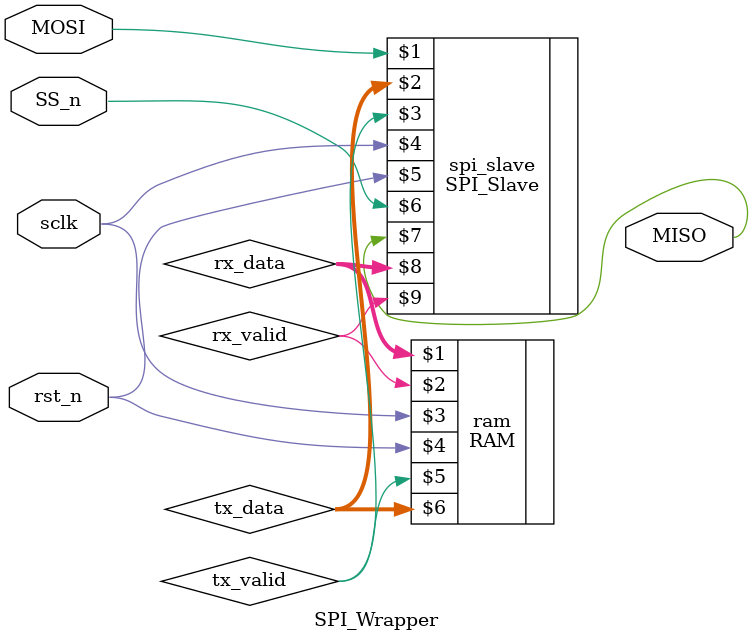
<source format=v>
module SPI_Wrapper (MOSI , SS_n , sclk , rst_n , MISO) ;
input MOSI , SS_n , sclk , rst_n ;
output MISO ; 
wire rx_valid ,tx_valid ;
wire [9:0] rx_data ;
wire [7:0] tx_data ;
SPI_Slave spi_slave (MOSI ,tx_data , tx_valid , sclk , rst_n , SS_n , MISO , rx_data , rx_valid);
RAM ram (rx_data , rx_valid , sclk , rst_n , tx_valid , tx_data) ;
endmodule 
</source>
